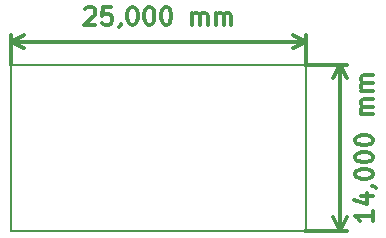
<source format=gbr>
%TF.GenerationSoftware,KiCad,Pcbnew,5.0.0-fee4fd1~66~ubuntu16.04.1*%
%TF.CreationDate,2018-09-04T19:38:39-03:00*%
%TF.ProjectId,tourk5,746F75726B352E6B696361645F706362,1*%
%TF.SameCoordinates,Original*%
%TF.FileFunction,Drawing*%
%FSLAX46Y46*%
G04 Gerber Fmt 4.6, Leading zero omitted, Abs format (unit mm)*
G04 Created by KiCad (PCBNEW 5.0.0-fee4fd1~66~ubuntu16.04.1) date Tue Sep  4 19:38:39 2018*
%MOMM*%
%LPD*%
G01*
G04 APERTURE LIST*
%ADD10C,0.300000*%
%ADD11C,0.150000*%
G04 APERTURE END LIST*
D10*
X133285714Y-91221428D02*
X133357142Y-91150000D01*
X133500000Y-91078571D01*
X133857142Y-91078571D01*
X134000000Y-91150000D01*
X134071428Y-91221428D01*
X134142857Y-91364285D01*
X134142857Y-91507142D01*
X134071428Y-91721428D01*
X133214285Y-92578571D01*
X134142857Y-92578571D01*
X135500000Y-91078571D02*
X134785714Y-91078571D01*
X134714285Y-91792857D01*
X134785714Y-91721428D01*
X134928571Y-91650000D01*
X135285714Y-91650000D01*
X135428571Y-91721428D01*
X135500000Y-91792857D01*
X135571428Y-91935714D01*
X135571428Y-92292857D01*
X135500000Y-92435714D01*
X135428571Y-92507142D01*
X135285714Y-92578571D01*
X134928571Y-92578571D01*
X134785714Y-92507142D01*
X134714285Y-92435714D01*
X136285714Y-92507142D02*
X136285714Y-92578571D01*
X136214285Y-92721428D01*
X136142857Y-92792857D01*
X137214285Y-91078571D02*
X137357142Y-91078571D01*
X137500000Y-91150000D01*
X137571428Y-91221428D01*
X137642857Y-91364285D01*
X137714285Y-91650000D01*
X137714285Y-92007142D01*
X137642857Y-92292857D01*
X137571428Y-92435714D01*
X137500000Y-92507142D01*
X137357142Y-92578571D01*
X137214285Y-92578571D01*
X137071428Y-92507142D01*
X137000000Y-92435714D01*
X136928571Y-92292857D01*
X136857142Y-92007142D01*
X136857142Y-91650000D01*
X136928571Y-91364285D01*
X137000000Y-91221428D01*
X137071428Y-91150000D01*
X137214285Y-91078571D01*
X138642857Y-91078571D02*
X138785714Y-91078571D01*
X138928571Y-91150000D01*
X139000000Y-91221428D01*
X139071428Y-91364285D01*
X139142857Y-91650000D01*
X139142857Y-92007142D01*
X139071428Y-92292857D01*
X139000000Y-92435714D01*
X138928571Y-92507142D01*
X138785714Y-92578571D01*
X138642857Y-92578571D01*
X138500000Y-92507142D01*
X138428571Y-92435714D01*
X138357142Y-92292857D01*
X138285714Y-92007142D01*
X138285714Y-91650000D01*
X138357142Y-91364285D01*
X138428571Y-91221428D01*
X138500000Y-91150000D01*
X138642857Y-91078571D01*
X140071428Y-91078571D02*
X140214285Y-91078571D01*
X140357142Y-91150000D01*
X140428571Y-91221428D01*
X140500000Y-91364285D01*
X140571428Y-91650000D01*
X140571428Y-92007142D01*
X140500000Y-92292857D01*
X140428571Y-92435714D01*
X140357142Y-92507142D01*
X140214285Y-92578571D01*
X140071428Y-92578571D01*
X139928571Y-92507142D01*
X139857142Y-92435714D01*
X139785714Y-92292857D01*
X139714285Y-92007142D01*
X139714285Y-91650000D01*
X139785714Y-91364285D01*
X139857142Y-91221428D01*
X139928571Y-91150000D01*
X140071428Y-91078571D01*
X142357142Y-92578571D02*
X142357142Y-91578571D01*
X142357142Y-91721428D02*
X142428571Y-91650000D01*
X142571428Y-91578571D01*
X142785714Y-91578571D01*
X142928571Y-91650000D01*
X143000000Y-91792857D01*
X143000000Y-92578571D01*
X143000000Y-91792857D02*
X143071428Y-91650000D01*
X143214285Y-91578571D01*
X143428571Y-91578571D01*
X143571428Y-91650000D01*
X143642857Y-91792857D01*
X143642857Y-92578571D01*
X144357142Y-92578571D02*
X144357142Y-91578571D01*
X144357142Y-91721428D02*
X144428571Y-91650000D01*
X144571428Y-91578571D01*
X144785714Y-91578571D01*
X144928571Y-91650000D01*
X145000000Y-91792857D01*
X145000000Y-92578571D01*
X145000000Y-91792857D02*
X145071428Y-91650000D01*
X145214285Y-91578571D01*
X145428571Y-91578571D01*
X145571428Y-91650000D01*
X145642857Y-91792857D01*
X145642857Y-92578571D01*
X127000000Y-94000000D02*
X152000000Y-94000000D01*
X127000000Y-96000000D02*
X127000000Y-93413579D01*
X152000000Y-96000000D02*
X152000000Y-93413579D01*
X152000000Y-94000000D02*
X150873496Y-94586421D01*
X152000000Y-94000000D02*
X150873496Y-93413579D01*
X127000000Y-94000000D02*
X128126504Y-94586421D01*
X127000000Y-94000000D02*
X128126504Y-93413579D01*
D11*
X152000000Y-110000000D02*
X152000000Y-96000000D01*
X148000000Y-96000000D02*
X152000000Y-96000000D01*
X152000000Y-110000000D02*
X148000000Y-110000000D01*
X148000000Y-96000000D02*
X127000000Y-96000000D01*
X127000000Y-110000000D02*
X148000000Y-110000000D01*
D10*
X157648723Y-108357142D02*
X157648723Y-109214285D01*
X157648723Y-108785714D02*
X156148723Y-108785714D01*
X156363009Y-108928571D01*
X156505866Y-109071428D01*
X156577294Y-109214285D01*
X156648723Y-107071428D02*
X157648723Y-107071428D01*
X156077294Y-107428571D02*
X157148723Y-107785714D01*
X157148723Y-106857142D01*
X157577294Y-106214285D02*
X157648723Y-106214285D01*
X157791580Y-106285714D01*
X157863009Y-106357142D01*
X156148723Y-105285714D02*
X156148723Y-105142857D01*
X156220152Y-105000000D01*
X156291580Y-104928571D01*
X156434437Y-104857142D01*
X156720152Y-104785714D01*
X157077294Y-104785714D01*
X157363009Y-104857142D01*
X157505866Y-104928571D01*
X157577294Y-105000000D01*
X157648723Y-105142857D01*
X157648723Y-105285714D01*
X157577294Y-105428571D01*
X157505866Y-105500000D01*
X157363009Y-105571428D01*
X157077294Y-105642857D01*
X156720152Y-105642857D01*
X156434437Y-105571428D01*
X156291580Y-105500000D01*
X156220152Y-105428571D01*
X156148723Y-105285714D01*
X156148723Y-103857142D02*
X156148723Y-103714285D01*
X156220152Y-103571428D01*
X156291580Y-103500000D01*
X156434437Y-103428571D01*
X156720152Y-103357142D01*
X157077294Y-103357142D01*
X157363009Y-103428571D01*
X157505866Y-103500000D01*
X157577294Y-103571428D01*
X157648723Y-103714285D01*
X157648723Y-103857142D01*
X157577294Y-104000000D01*
X157505866Y-104071428D01*
X157363009Y-104142857D01*
X157077294Y-104214285D01*
X156720152Y-104214285D01*
X156434437Y-104142857D01*
X156291580Y-104071428D01*
X156220152Y-104000000D01*
X156148723Y-103857142D01*
X156148723Y-102428571D02*
X156148723Y-102285714D01*
X156220152Y-102142857D01*
X156291580Y-102071428D01*
X156434437Y-102000000D01*
X156720152Y-101928571D01*
X157077294Y-101928571D01*
X157363009Y-102000000D01*
X157505866Y-102071428D01*
X157577294Y-102142857D01*
X157648723Y-102285714D01*
X157648723Y-102428571D01*
X157577294Y-102571428D01*
X157505866Y-102642857D01*
X157363009Y-102714285D01*
X157077294Y-102785714D01*
X156720152Y-102785714D01*
X156434437Y-102714285D01*
X156291580Y-102642857D01*
X156220152Y-102571428D01*
X156148723Y-102428571D01*
X157648723Y-100142857D02*
X156648723Y-100142857D01*
X156791580Y-100142857D02*
X156720152Y-100071428D01*
X156648723Y-99928571D01*
X156648723Y-99714285D01*
X156720152Y-99571428D01*
X156863009Y-99500000D01*
X157648723Y-99500000D01*
X156863009Y-99500000D02*
X156720152Y-99428571D01*
X156648723Y-99285714D01*
X156648723Y-99071428D01*
X156720152Y-98928571D01*
X156863009Y-98857142D01*
X157648723Y-98857142D01*
X157648723Y-98142857D02*
X156648723Y-98142857D01*
X156791580Y-98142857D02*
X156720152Y-98071428D01*
X156648723Y-97928571D01*
X156648723Y-97714285D01*
X156720152Y-97571428D01*
X156863009Y-97500000D01*
X157648723Y-97500000D01*
X156863009Y-97500000D02*
X156720152Y-97428571D01*
X156648723Y-97285714D01*
X156648723Y-97071428D01*
X156720152Y-96928571D01*
X156863009Y-96857142D01*
X157648723Y-96857142D01*
X154870152Y-110000000D02*
X154870152Y-96000000D01*
X151870152Y-110000000D02*
X155456573Y-110000000D01*
X151870152Y-96000000D02*
X155456573Y-96000000D01*
X154870152Y-96000000D02*
X155456573Y-97126504D01*
X154870152Y-96000000D02*
X154283731Y-97126504D01*
X154870152Y-110000000D02*
X155456573Y-108873496D01*
X154870152Y-110000000D02*
X154283731Y-108873496D01*
D11*
X127000000Y-96000000D02*
X127000000Y-96000000D01*
X127000000Y-96000000D02*
X127000000Y-110000000D01*
M02*

</source>
